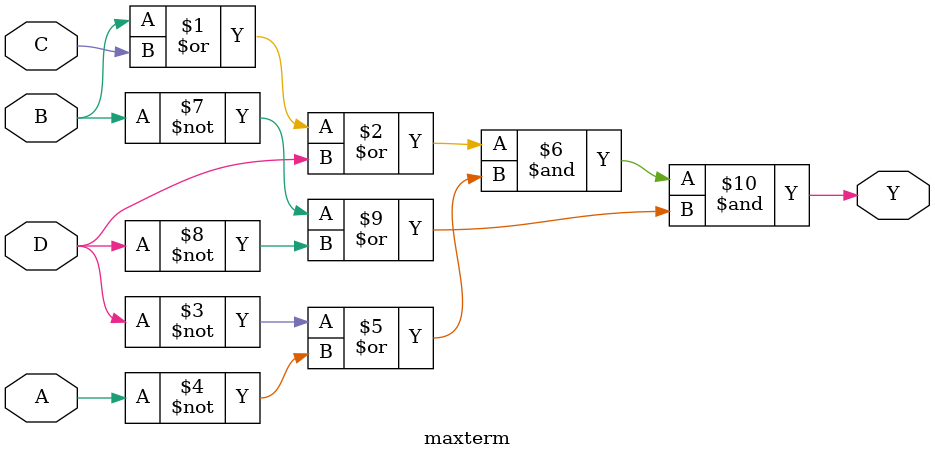
<source format=v>
module maxterm (
    input A, B, C, D,
    output Y
);

assign Y = (B|C|D)&(~D|~A)&(~B|~D);// Enter your equation here

endmodule

</source>
